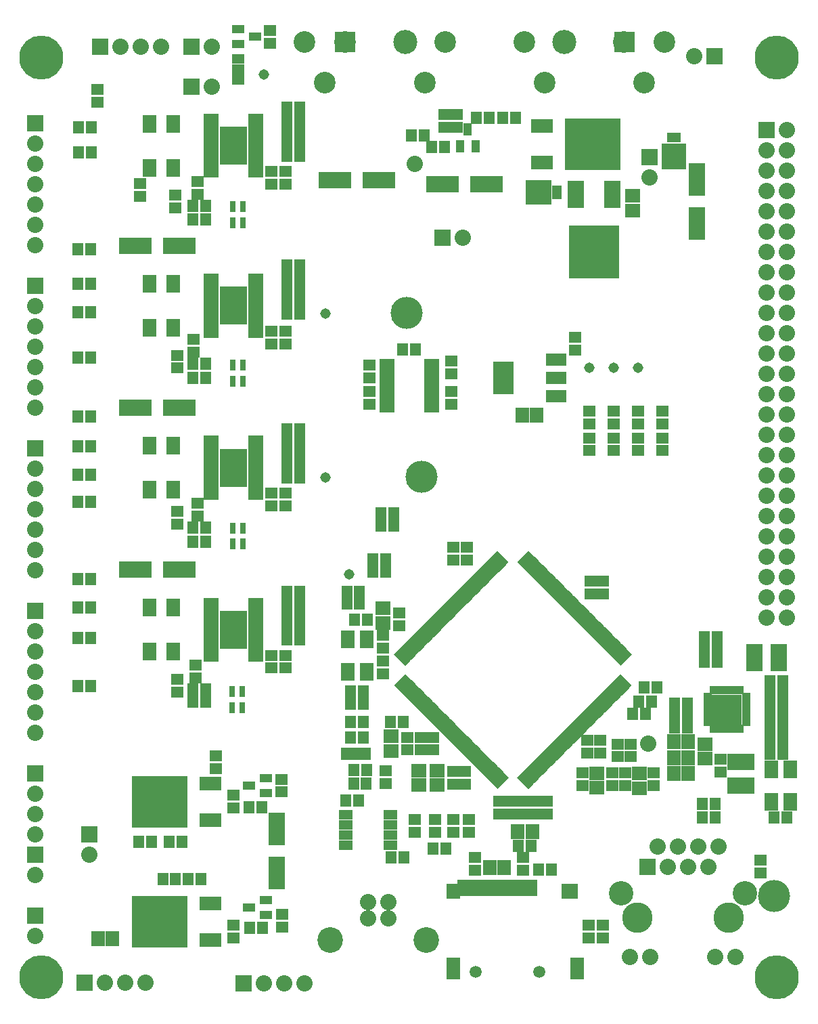
<source format=gts>
G04 (created by PCBNEW (2013-05-18 BZR 4017)-stable) date Fri 14 Aug 2015 10:59:20 BST*
%MOIN*%
G04 Gerber Fmt 3.4, Leading zero omitted, Abs format*
%FSLAX34Y34*%
G01*
G70*
G90*
G04 APERTURE LIST*
%ADD10C,0.00590551*%
%ADD11C,0.0594*%
%ADD12R,0.0672X0.1066*%
%ADD13R,0.0672X0.0751*%
%ADD14R,0.083X0.0751*%
%ADD15R,0.0476X0.083*%
%ADD16C,0.2169*%
%ADD17R,0.083X0.1381*%
%ADD18R,0.2483X0.2641*%
%ADD19R,0.0779X0.0365*%
%ADD20R,0.1381X0.1901*%
%ADD21R,0.0594X0.0436*%
%ADD22R,0.0436X0.0594*%
%ADD23R,0.1X0.164*%
%ADD24R,0.1X0.06*%
%ADD25R,0.1617X0.083*%
%ADD26R,0.083X0.1617*%
%ADD27R,0.0574X0.0594*%
%ADD28R,0.0594X0.0574*%
%ADD29R,0.0653X0.0909*%
%ADD30R,0.0653X0.0771*%
%ADD31R,0.0771X0.0653*%
%ADD32R,0.1106X0.0712*%
%ADD33R,0.2759X0.2523*%
%ADD34R,0.08X0.08*%
%ADD35C,0.08*%
%ADD36R,0.1342X0.0791*%
%ADD37R,0.0791X0.1342*%
%ADD38R,0.0987X0.0633*%
%ADD39R,0.0515X0.0633*%
%ADD40R,0.07X0.045*%
%ADD41R,0.0298X0.0436*%
%ADD42R,0.0436X0.0298*%
%ADD43R,0.1499X0.1499*%
%ADD44R,0.12X0.1251*%
%ADD45R,0.07X0.05*%
%ADD46R,0.1251X0.12*%
%ADD47R,0.05X0.07*%
%ADD48C,0.1499*%
%ADD49C,0.12*%
%ADD50R,0.0672X0.0909*%
%ADD51C,0.0515*%
%ADD52C,0.1576*%
%ADD53R,0.029X0.054*%
%ADD54R,0.0987X0.0987*%
%ADD55C,0.1184*%
%ADD56R,0.0633X0.0987*%
%ADD57R,0.0633X0.0515*%
%ADD58C,0.1263*%
%ADD59C,0.1066*%
G04 APERTURE END LIST*
G54D10*
G54D11*
X24140Y1870D03*
X27282Y1870D03*
G54D12*
X23030Y2027D03*
X29132Y2027D03*
G54D13*
X23030Y5807D03*
G54D14*
X28778Y5807D03*
G54D15*
X26947Y6004D03*
X26514Y6004D03*
X26081Y6004D03*
X25648Y6004D03*
X25215Y6004D03*
X24782Y6004D03*
X24349Y6004D03*
X23916Y6004D03*
X23483Y6004D03*
G54D16*
X2754Y1575D03*
G54D17*
X30890Y40115D03*
G54D18*
X29990Y37288D03*
G54D17*
X29090Y40115D03*
G54D19*
X13303Y34515D03*
X13303Y34771D03*
X13303Y35027D03*
X13303Y35283D03*
X11101Y33751D03*
X13303Y33747D03*
X13303Y34003D03*
X13303Y34259D03*
X11099Y35539D03*
X11099Y35283D03*
X11099Y35027D03*
X11099Y34771D03*
X11099Y34515D03*
X11099Y34259D03*
X13303Y35539D03*
X11101Y34003D03*
X13303Y33491D03*
X13303Y35795D03*
X11099Y35795D03*
X11099Y33491D03*
X13303Y33236D03*
X13303Y36050D03*
X11099Y36050D03*
X11099Y33236D03*
G54D20*
X12201Y34643D03*
G54D19*
X13302Y26542D03*
X13302Y26798D03*
X13302Y27054D03*
X13302Y27310D03*
X11100Y25778D03*
X13302Y25774D03*
X13302Y26030D03*
X13302Y26286D03*
X11098Y27566D03*
X11098Y27310D03*
X11098Y27054D03*
X11098Y26798D03*
X11098Y26542D03*
X11098Y26286D03*
X13302Y27566D03*
X11100Y26030D03*
X13302Y25518D03*
X13302Y27822D03*
X11098Y27822D03*
X11098Y25518D03*
X13302Y25263D03*
X13302Y28077D03*
X11098Y28077D03*
X11098Y25263D03*
G54D20*
X12200Y26670D03*
G54D19*
X13302Y18571D03*
X13302Y18827D03*
X13302Y19083D03*
X13302Y19339D03*
X11100Y17807D03*
X13302Y17803D03*
X13302Y18059D03*
X13302Y18315D03*
X11098Y19595D03*
X11098Y19339D03*
X11098Y19083D03*
X11098Y18827D03*
X11098Y18571D03*
X11098Y18315D03*
X13302Y19595D03*
X11100Y18059D03*
X13302Y17547D03*
X13302Y19851D03*
X11098Y19851D03*
X11098Y17547D03*
X13302Y17292D03*
X13302Y20106D03*
X11098Y20106D03*
X11098Y17292D03*
G54D20*
X12200Y18699D03*
G54D19*
X13304Y42391D03*
X13304Y42647D03*
X13304Y42903D03*
X13304Y43159D03*
X11102Y41627D03*
X13304Y41623D03*
X13304Y41879D03*
X13304Y42135D03*
X11100Y43415D03*
X11100Y43159D03*
X11100Y42903D03*
X11100Y42647D03*
X11100Y42391D03*
X11100Y42135D03*
X13304Y43415D03*
X11102Y41879D03*
X13304Y41367D03*
X13304Y43671D03*
X11100Y43671D03*
X11100Y41367D03*
X13304Y41112D03*
X13304Y43926D03*
X11100Y43926D03*
X11100Y41112D03*
G54D20*
X12202Y42519D03*
G54D19*
X19762Y30837D03*
X19762Y30581D03*
X19762Y30325D03*
X19762Y30069D03*
X21964Y31601D03*
X19762Y31605D03*
X19762Y31349D03*
X19762Y31093D03*
X21966Y29813D03*
X21966Y30069D03*
X21966Y30325D03*
X21966Y30581D03*
X21966Y30837D03*
X21966Y31093D03*
X19762Y29813D03*
X21964Y31349D03*
X19762Y31861D03*
X19762Y29557D03*
X21966Y29557D03*
X21966Y31861D03*
G54D21*
X13800Y4645D03*
X12968Y5020D03*
X13800Y5395D03*
X13800Y10649D03*
X12968Y11024D03*
X13800Y11399D03*
G54D22*
X23383Y42478D03*
X23758Y43310D03*
X24133Y42478D03*
G54D23*
X25509Y31106D03*
G54D24*
X28109Y31106D03*
X28109Y32006D03*
X28109Y30206D03*
G54D25*
X17217Y40838D03*
X19383Y40838D03*
X9546Y21654D03*
X7380Y21654D03*
X9546Y37598D03*
X7380Y37598D03*
X9546Y29626D03*
X7380Y29626D03*
G54D26*
X35029Y40855D03*
X35029Y38689D03*
G54D27*
X35411Y18307D03*
X36041Y18307D03*
X39288Y16142D03*
X38658Y16142D03*
X39288Y15551D03*
X38658Y15551D03*
X35411Y17717D03*
X36041Y17717D03*
X35411Y17126D03*
X36041Y17126D03*
X39288Y14370D03*
X38658Y14370D03*
X39288Y14961D03*
X38658Y14961D03*
X33934Y14469D03*
X34564Y14469D03*
X33934Y15059D03*
X34564Y15059D03*
X38658Y13189D03*
X39288Y13189D03*
G54D28*
X22600Y43423D03*
X22600Y44053D03*
X23200Y43423D03*
X23200Y44053D03*
X12202Y9921D03*
X12202Y10551D03*
X18896Y29803D03*
X18896Y30433D03*
G54D27*
X22665Y7938D03*
X22035Y7938D03*
X20096Y23819D03*
X19466Y23819D03*
G54D28*
X19700Y11123D03*
X19700Y11753D03*
G54D27*
X17990Y14173D03*
X18620Y14173D03*
X17990Y13386D03*
X18620Y13386D03*
X39289Y13780D03*
X38659Y13780D03*
X33934Y13878D03*
X34564Y13878D03*
G54D28*
X29722Y4154D03*
X29722Y3524D03*
X30411Y3524D03*
X30411Y4154D03*
G54D27*
X13601Y9942D03*
X12971Y9942D03*
X13640Y4016D03*
X13010Y4016D03*
G54D28*
X12222Y4154D03*
X12222Y3524D03*
X18896Y31713D03*
X18896Y31083D03*
G54D27*
X19703Y21555D03*
X19073Y21555D03*
G54D28*
X31159Y12441D03*
X31159Y13071D03*
G54D27*
X18423Y19980D03*
X17793Y19980D03*
X38856Y9449D03*
X39486Y9449D03*
X39289Y12598D03*
X38659Y12598D03*
X35313Y10138D03*
X35943Y10138D03*
X35313Y9449D03*
X35943Y9449D03*
X19703Y22146D03*
X19073Y22146D03*
X20096Y24409D03*
X19466Y24409D03*
G54D28*
X31789Y12441D03*
X31789Y13071D03*
G54D27*
X18423Y20571D03*
X17793Y20571D03*
G54D28*
X9447Y31575D03*
X9447Y32205D03*
G54D27*
X15470Y35433D03*
X14840Y35433D03*
X14841Y34839D03*
X15471Y34839D03*
X18620Y15650D03*
X17990Y15650D03*
X14840Y34252D03*
X15470Y34252D03*
G54D28*
X14762Y33382D03*
X14762Y32752D03*
G54D27*
X14840Y36024D03*
X15470Y36024D03*
G54D28*
X14073Y32752D03*
X14073Y33382D03*
X9447Y15630D03*
X9447Y16260D03*
G54D27*
X15470Y19390D03*
X14840Y19390D03*
X14839Y18796D03*
X15469Y18796D03*
G54D28*
X21159Y9370D03*
X21159Y8740D03*
G54D27*
X14840Y18209D03*
X15470Y18209D03*
G54D28*
X14760Y17438D03*
X14760Y16808D03*
G54D27*
X14840Y19980D03*
X15470Y19980D03*
G54D28*
X14071Y16808D03*
X14071Y17438D03*
X9348Y39449D03*
X9348Y40079D03*
G54D27*
X15470Y43209D03*
X14840Y43209D03*
X14842Y42617D03*
X15472Y42617D03*
X14840Y42028D03*
X15470Y42028D03*
G54D28*
X14763Y41258D03*
X14763Y40628D03*
G54D27*
X14840Y43799D03*
X15470Y43799D03*
G54D28*
X14074Y40628D03*
X14074Y41258D03*
X9447Y23898D03*
X9447Y24528D03*
G54D27*
X15470Y27362D03*
X14840Y27362D03*
X14840Y26768D03*
X15470Y26768D03*
X14840Y26181D03*
X15470Y26181D03*
G54D28*
X14761Y25410D03*
X14761Y24780D03*
G54D27*
X14840Y27953D03*
X15470Y27953D03*
G54D28*
X14072Y24780D03*
X14072Y25410D03*
X22144Y9370D03*
X22144Y8740D03*
G54D29*
X9250Y41437D03*
X8068Y41437D03*
G54D30*
X33895Y12402D03*
X34603Y12402D03*
X33895Y13189D03*
X34603Y13189D03*
G54D27*
X18135Y11138D03*
X18750Y11138D03*
G54D31*
X35431Y13052D03*
X35431Y12344D03*
G54D30*
X26435Y29248D03*
X27143Y29248D03*
G54D29*
X9250Y25591D03*
X8068Y25591D03*
X9250Y27756D03*
X8068Y27756D03*
X9250Y43602D03*
X8068Y43602D03*
X9250Y33563D03*
X8068Y33563D03*
X9250Y17618D03*
X8068Y17618D03*
X9250Y35728D03*
X8068Y35728D03*
X9250Y19783D03*
X8068Y19783D03*
G54D28*
X22932Y31279D03*
X22932Y31909D03*
G54D32*
X11063Y3431D03*
G54D33*
X8563Y4331D03*
G54D32*
X11063Y5231D03*
X11061Y9336D03*
G54D33*
X8561Y10236D03*
G54D32*
X11061Y11136D03*
X27400Y43488D03*
G54D33*
X29900Y42588D03*
G54D32*
X27400Y41688D03*
G54D27*
X8187Y8268D03*
X7557Y8268D03*
X9985Y6438D03*
X10615Y6438D03*
X24821Y43898D03*
X24191Y43898D03*
X8735Y6438D03*
X9350Y6438D03*
X9663Y8268D03*
X9048Y8268D03*
X26100Y43898D03*
X25485Y43898D03*
G54D34*
X2429Y43625D03*
G54D35*
X2429Y42625D03*
X2429Y41625D03*
X2429Y40625D03*
X2429Y39625D03*
X2429Y38625D03*
X2429Y37625D03*
G54D34*
X2429Y35625D03*
G54D35*
X2429Y34625D03*
X2429Y33625D03*
X2429Y32625D03*
X2429Y31625D03*
X2429Y30625D03*
X2429Y29625D03*
G54D34*
X2429Y27625D03*
G54D35*
X2429Y26625D03*
X2429Y25625D03*
X2429Y24625D03*
X2429Y23625D03*
X2429Y22625D03*
X2429Y21625D03*
G54D34*
X2429Y19625D03*
G54D35*
X2429Y18625D03*
X2429Y17625D03*
X2429Y16625D03*
X2429Y15625D03*
X2429Y14625D03*
X2429Y13625D03*
G54D34*
X35911Y46929D03*
G54D35*
X34911Y46929D03*
G54D28*
X22932Y30432D03*
X22932Y29802D03*
X36218Y12323D03*
X36218Y11693D03*
G54D36*
X37203Y12205D03*
X37203Y11023D03*
G54D37*
X37891Y17323D03*
X39073Y17323D03*
G54D30*
X34604Y11614D03*
X33896Y11614D03*
G54D27*
X10844Y31791D03*
X10214Y31791D03*
X10844Y39567D03*
X10214Y39567D03*
X10844Y15748D03*
X10214Y15748D03*
X10844Y23720D03*
X10214Y23720D03*
X10214Y31102D03*
X10829Y31102D03*
X10214Y38878D03*
X10829Y38878D03*
X10214Y15157D03*
X10829Y15157D03*
X10214Y23031D03*
X10829Y23031D03*
X14840Y28543D03*
X15470Y28543D03*
X14840Y44390D03*
X15470Y44390D03*
X14840Y36614D03*
X15470Y36614D03*
X14840Y20571D03*
X15470Y20571D03*
G54D30*
X25549Y6988D03*
X24841Y6988D03*
G54D38*
X18000Y12588D03*
G54D39*
X18748Y12588D03*
G54D28*
X32911Y11024D03*
X32911Y11654D03*
X30864Y11024D03*
X30864Y11654D03*
G54D27*
X18187Y19193D03*
X18817Y19193D03*
G54D28*
X27655Y10256D03*
X27655Y9626D03*
G54D27*
X26258Y8071D03*
X26888Y8071D03*
G54D28*
X20766Y13406D03*
X20766Y12776D03*
G54D10*
G36*
X25553Y21812D02*
X24994Y22372D01*
X25213Y22591D01*
X25773Y22032D01*
X25553Y21812D01*
X25553Y21812D01*
G37*
G36*
X25414Y21673D02*
X24855Y22232D01*
X25074Y22452D01*
X25633Y21892D01*
X25414Y21673D01*
X25414Y21673D01*
G37*
G36*
X25275Y21534D02*
X24715Y22093D01*
X24935Y22312D01*
X25494Y21753D01*
X25275Y21534D01*
X25275Y21534D01*
G37*
G36*
X25135Y21395D02*
X24576Y21954D01*
X24795Y22173D01*
X25355Y21614D01*
X25135Y21395D01*
X25135Y21395D01*
G37*
G36*
X24996Y21255D02*
X24437Y21815D01*
X24656Y22034D01*
X25215Y21474D01*
X24996Y21255D01*
X24996Y21255D01*
G37*
G36*
X24858Y21117D02*
X24298Y21676D01*
X24517Y21895D01*
X25077Y21336D01*
X24858Y21117D01*
X24858Y21117D01*
G37*
G36*
X24718Y20977D02*
X24159Y21537D01*
X24378Y21756D01*
X24937Y21197D01*
X24718Y20977D01*
X24718Y20977D01*
G37*
G36*
X24579Y20838D02*
X24020Y21397D01*
X24239Y21617D01*
X24798Y21057D01*
X24579Y20838D01*
X24579Y20838D01*
G37*
G36*
X24440Y20699D02*
X23880Y21258D01*
X24100Y21477D01*
X24659Y20918D01*
X24440Y20699D01*
X24440Y20699D01*
G37*
G36*
X24300Y20559D02*
X23741Y21119D01*
X23960Y21338D01*
X24520Y20779D01*
X24300Y20559D01*
X24300Y20559D01*
G37*
G36*
X24161Y20420D02*
X23602Y20979D01*
X23821Y21199D01*
X24380Y20639D01*
X24161Y20420D01*
X24161Y20420D01*
G37*
G36*
X24022Y20282D02*
X23463Y20841D01*
X23682Y21060D01*
X24242Y20501D01*
X24022Y20282D01*
X24022Y20282D01*
G37*
G36*
X23883Y20142D02*
X23324Y20702D01*
X23543Y20921D01*
X24102Y20361D01*
X23883Y20142D01*
X23883Y20142D01*
G37*
G36*
X23744Y20003D02*
X23185Y20562D01*
X23404Y20781D01*
X23963Y20222D01*
X23744Y20003D01*
X23744Y20003D01*
G37*
G36*
X23605Y19864D02*
X23045Y20423D01*
X23264Y20642D01*
X23824Y20083D01*
X23605Y19864D01*
X23605Y19864D01*
G37*
G36*
X23465Y19724D02*
X22906Y20284D01*
X23125Y20503D01*
X23684Y19944D01*
X23465Y19724D01*
X23465Y19724D01*
G37*
G36*
X23326Y19585D02*
X22767Y20144D01*
X22986Y20364D01*
X23545Y19804D01*
X23326Y19585D01*
X23326Y19585D01*
G37*
G36*
X23187Y19446D02*
X22627Y20005D01*
X22847Y20224D01*
X23406Y19665D01*
X23187Y19446D01*
X23187Y19446D01*
G37*
G36*
X23048Y19307D02*
X22489Y19866D01*
X22708Y20086D01*
X23267Y19526D01*
X23048Y19307D01*
X23048Y19307D01*
G37*
G36*
X22909Y19168D02*
X22349Y19727D01*
X22569Y19946D01*
X23128Y19387D01*
X22909Y19168D01*
X22909Y19168D01*
G37*
G36*
X22769Y19029D02*
X22210Y19588D01*
X22429Y19807D01*
X22989Y19248D01*
X22769Y19029D01*
X22769Y19029D01*
G37*
G36*
X22630Y18889D02*
X22071Y19449D01*
X22290Y19668D01*
X22849Y19108D01*
X22630Y18889D01*
X22630Y18889D01*
G37*
G36*
X22491Y18750D02*
X21932Y19309D01*
X22151Y19528D01*
X22710Y18969D01*
X22491Y18750D01*
X22491Y18750D01*
G37*
G36*
X22352Y18611D02*
X21792Y19170D01*
X22011Y19389D01*
X22571Y18830D01*
X22352Y18611D01*
X22352Y18611D01*
G37*
G36*
X22212Y18471D02*
X21653Y19031D01*
X21872Y19250D01*
X22431Y18691D01*
X22212Y18471D01*
X22212Y18471D01*
G37*
G36*
X22074Y18333D02*
X21514Y18892D01*
X21734Y19111D01*
X22293Y18552D01*
X22074Y18333D01*
X22074Y18333D01*
G37*
G36*
X21934Y18193D02*
X21375Y18753D01*
X21594Y18972D01*
X22154Y18413D01*
X21934Y18193D01*
X21934Y18193D01*
G37*
G36*
X21795Y18054D02*
X21236Y18613D01*
X21455Y18833D01*
X22014Y18273D01*
X21795Y18054D01*
X21795Y18054D01*
G37*
G36*
X21656Y17915D02*
X21096Y18474D01*
X21316Y18693D01*
X21875Y18134D01*
X21656Y17915D01*
X21656Y17915D01*
G37*
G36*
X21516Y17776D02*
X20957Y18335D01*
X21176Y18554D01*
X21736Y17995D01*
X21516Y17776D01*
X21516Y17776D01*
G37*
G36*
X21377Y17636D02*
X20818Y18196D01*
X21037Y18415D01*
X21596Y17855D01*
X21377Y17636D01*
X21377Y17636D01*
G37*
G36*
X21239Y17498D02*
X20679Y18057D01*
X20898Y18276D01*
X21458Y17717D01*
X21239Y17498D01*
X21239Y17498D01*
G37*
G36*
X21099Y17358D02*
X20540Y17918D01*
X20759Y18137D01*
X21318Y17578D01*
X21099Y17358D01*
X21099Y17358D01*
G37*
G36*
X20960Y17219D02*
X20401Y17778D01*
X20620Y17998D01*
X21179Y17438D01*
X20960Y17219D01*
X20960Y17219D01*
G37*
G36*
X20821Y17080D02*
X20261Y17639D01*
X20481Y17858D01*
X21040Y17299D01*
X20821Y17080D01*
X20821Y17080D01*
G37*
G36*
X20681Y16940D02*
X20122Y17500D01*
X20341Y17719D01*
X20901Y17160D01*
X20681Y16940D01*
X20681Y16940D01*
G37*
G36*
X26750Y10872D02*
X26190Y11431D01*
X26410Y11651D01*
X26969Y11091D01*
X26750Y10872D01*
X26750Y10872D01*
G37*
G36*
X26889Y11011D02*
X26330Y11571D01*
X26549Y11790D01*
X27108Y11231D01*
X26889Y11011D01*
X26889Y11011D01*
G37*
G36*
X27028Y11151D02*
X26469Y11710D01*
X26688Y11929D01*
X27248Y11370D01*
X27028Y11151D01*
X27028Y11151D01*
G37*
G36*
X27168Y11290D02*
X26608Y11849D01*
X26828Y12068D01*
X27387Y11509D01*
X27168Y11290D01*
X27168Y11290D01*
G37*
G36*
X27307Y11429D02*
X26748Y11989D01*
X26967Y12208D01*
X27526Y11648D01*
X27307Y11429D01*
X27307Y11429D01*
G37*
G36*
X27446Y11568D02*
X26886Y12127D01*
X27105Y12346D01*
X27665Y11787D01*
X27446Y11568D01*
X27446Y11568D01*
G37*
G36*
X27585Y11707D02*
X27026Y12266D01*
X27245Y12486D01*
X27804Y11926D01*
X27585Y11707D01*
X27585Y11707D01*
G37*
G36*
X27724Y11846D02*
X27165Y12406D01*
X27384Y12625D01*
X27943Y12066D01*
X27724Y11846D01*
X27724Y11846D01*
G37*
G36*
X27863Y11986D02*
X27304Y12545D01*
X27523Y12764D01*
X28083Y12205D01*
X27863Y11986D01*
X27863Y11986D01*
G37*
G36*
X28003Y12125D02*
X27443Y12684D01*
X27663Y12904D01*
X28222Y12344D01*
X28003Y12125D01*
X28003Y12125D01*
G37*
G36*
X28142Y12264D02*
X27583Y12824D01*
X27802Y13043D01*
X28361Y12484D01*
X28142Y12264D01*
X28142Y12264D01*
G37*
G36*
X28281Y12403D02*
X27721Y12962D01*
X27941Y13181D01*
X28500Y12622D01*
X28281Y12403D01*
X28281Y12403D01*
G37*
G36*
X28420Y12542D02*
X27861Y13102D01*
X28080Y13321D01*
X28639Y12761D01*
X28420Y12542D01*
X28420Y12542D01*
G37*
G36*
X28559Y12682D02*
X28000Y13241D01*
X28219Y13460D01*
X28778Y12901D01*
X28559Y12682D01*
X28559Y12682D01*
G37*
G36*
X28699Y12821D02*
X28139Y13380D01*
X28358Y13599D01*
X28918Y13040D01*
X28699Y12821D01*
X28699Y12821D01*
G37*
G36*
X28838Y12960D02*
X28279Y13519D01*
X28498Y13739D01*
X29057Y13179D01*
X28838Y12960D01*
X28838Y12960D01*
G37*
G36*
X28977Y13099D02*
X28418Y13659D01*
X28637Y13878D01*
X29196Y13319D01*
X28977Y13099D01*
X28977Y13099D01*
G37*
G36*
X29116Y13239D02*
X28557Y13798D01*
X28776Y14017D01*
X29336Y13458D01*
X29116Y13239D01*
X29116Y13239D01*
G37*
G36*
X29255Y13377D02*
X28696Y13937D01*
X28915Y14156D01*
X29474Y13597D01*
X29255Y13377D01*
X29255Y13377D01*
G37*
G36*
X29394Y13517D02*
X28835Y14076D01*
X29054Y14295D01*
X29614Y13736D01*
X29394Y13517D01*
X29394Y13517D01*
G37*
G36*
X29534Y13656D02*
X28974Y14215D01*
X29194Y14434D01*
X29753Y13875D01*
X29534Y13656D01*
X29534Y13656D01*
G37*
G36*
X29673Y13795D02*
X29114Y14355D01*
X29333Y14574D01*
X29892Y14014D01*
X29673Y13795D01*
X29673Y13795D01*
G37*
G36*
X29812Y13935D02*
X29253Y14494D01*
X29472Y14713D01*
X30031Y14154D01*
X29812Y13935D01*
X29812Y13935D01*
G37*
G36*
X29952Y14074D02*
X29392Y14633D01*
X29611Y14852D01*
X30171Y14293D01*
X29952Y14074D01*
X29952Y14074D01*
G37*
G36*
X30091Y14213D02*
X29532Y14772D01*
X29751Y14992D01*
X30310Y14432D01*
X30091Y14213D01*
X30091Y14213D01*
G37*
G36*
X30229Y14352D02*
X29670Y14911D01*
X29889Y15130D01*
X30449Y14571D01*
X30229Y14352D01*
X30229Y14352D01*
G37*
G36*
X30369Y14491D02*
X29809Y15050D01*
X30029Y15270D01*
X30588Y14710D01*
X30369Y14491D01*
X30369Y14491D01*
G37*
G36*
X30508Y14630D02*
X29949Y15190D01*
X30168Y15409D01*
X30727Y14850D01*
X30508Y14630D01*
X30508Y14630D01*
G37*
G36*
X30647Y14770D02*
X30088Y15329D01*
X30307Y15548D01*
X30867Y14989D01*
X30647Y14770D01*
X30647Y14770D01*
G37*
G36*
X30787Y14909D02*
X30227Y15468D01*
X30447Y15687D01*
X31006Y15128D01*
X30787Y14909D01*
X30787Y14909D01*
G37*
G36*
X30926Y15048D02*
X30367Y15608D01*
X30586Y15827D01*
X31145Y15267D01*
X30926Y15048D01*
X30926Y15048D01*
G37*
G36*
X31065Y15187D02*
X30505Y15746D01*
X30724Y15965D01*
X31284Y15406D01*
X31065Y15187D01*
X31065Y15187D01*
G37*
G36*
X31204Y15326D02*
X30645Y15885D01*
X30864Y16105D01*
X31423Y15545D01*
X31204Y15326D01*
X31204Y15326D01*
G37*
G36*
X31343Y15465D02*
X30784Y16025D01*
X31003Y16244D01*
X31562Y15685D01*
X31343Y15465D01*
X31343Y15465D01*
G37*
G36*
X31482Y15605D02*
X30923Y16164D01*
X31142Y16383D01*
X31702Y15824D01*
X31482Y15605D01*
X31482Y15605D01*
G37*
G36*
X31622Y15744D02*
X31062Y16303D01*
X31282Y16523D01*
X31841Y15963D01*
X31622Y15744D01*
X31622Y15744D01*
G37*
G36*
X20341Y15744D02*
X20122Y15963D01*
X20681Y16523D01*
X20901Y16303D01*
X20341Y15744D01*
X20341Y15744D01*
G37*
G36*
X20481Y15605D02*
X20261Y15824D01*
X20821Y16383D01*
X21040Y16164D01*
X20481Y15605D01*
X20481Y15605D01*
G37*
G36*
X20620Y15465D02*
X20401Y15685D01*
X20960Y16244D01*
X21179Y16025D01*
X20620Y15465D01*
X20620Y15465D01*
G37*
G36*
X20759Y15326D02*
X20540Y15545D01*
X21099Y16105D01*
X21318Y15885D01*
X20759Y15326D01*
X20759Y15326D01*
G37*
G36*
X20898Y15187D02*
X20679Y15406D01*
X21239Y15965D01*
X21458Y15746D01*
X20898Y15187D01*
X20898Y15187D01*
G37*
G36*
X21037Y15048D02*
X20818Y15267D01*
X21377Y15827D01*
X21596Y15608D01*
X21037Y15048D01*
X21037Y15048D01*
G37*
G36*
X21176Y14909D02*
X20957Y15128D01*
X21516Y15687D01*
X21736Y15468D01*
X21176Y14909D01*
X21176Y14909D01*
G37*
G36*
X21316Y14770D02*
X21096Y14989D01*
X21656Y15548D01*
X21875Y15329D01*
X21316Y14770D01*
X21316Y14770D01*
G37*
G36*
X21455Y14630D02*
X21236Y14850D01*
X21795Y15409D01*
X22014Y15190D01*
X21455Y14630D01*
X21455Y14630D01*
G37*
G36*
X21594Y14491D02*
X21375Y14710D01*
X21934Y15270D01*
X22154Y15050D01*
X21594Y14491D01*
X21594Y14491D01*
G37*
G36*
X21734Y14352D02*
X21514Y14571D01*
X22074Y15130D01*
X22293Y14911D01*
X21734Y14352D01*
X21734Y14352D01*
G37*
G36*
X21872Y14213D02*
X21653Y14432D01*
X22212Y14992D01*
X22431Y14772D01*
X21872Y14213D01*
X21872Y14213D01*
G37*
G36*
X22011Y14074D02*
X21792Y14293D01*
X22352Y14852D01*
X22571Y14633D01*
X22011Y14074D01*
X22011Y14074D01*
G37*
G36*
X22151Y13935D02*
X21932Y14154D01*
X22491Y14713D01*
X22710Y14494D01*
X22151Y13935D01*
X22151Y13935D01*
G37*
G36*
X22290Y13795D02*
X22071Y14014D01*
X22630Y14574D01*
X22849Y14355D01*
X22290Y13795D01*
X22290Y13795D01*
G37*
G36*
X22429Y13656D02*
X22210Y13875D01*
X22769Y14434D01*
X22989Y14215D01*
X22429Y13656D01*
X22429Y13656D01*
G37*
G36*
X22569Y13517D02*
X22349Y13736D01*
X22909Y14295D01*
X23128Y14076D01*
X22569Y13517D01*
X22569Y13517D01*
G37*
G36*
X22708Y13377D02*
X22489Y13597D01*
X23048Y14156D01*
X23267Y13937D01*
X22708Y13377D01*
X22708Y13377D01*
G37*
G36*
X22847Y13239D02*
X22627Y13458D01*
X23187Y14017D01*
X23406Y13798D01*
X22847Y13239D01*
X22847Y13239D01*
G37*
G36*
X22986Y13099D02*
X22767Y13319D01*
X23326Y13878D01*
X23545Y13659D01*
X22986Y13099D01*
X22986Y13099D01*
G37*
G36*
X23125Y12960D02*
X22906Y13179D01*
X23465Y13739D01*
X23684Y13519D01*
X23125Y12960D01*
X23125Y12960D01*
G37*
G36*
X23264Y12821D02*
X23045Y13040D01*
X23605Y13599D01*
X23824Y13380D01*
X23264Y12821D01*
X23264Y12821D01*
G37*
G36*
X23404Y12682D02*
X23185Y12901D01*
X23744Y13460D01*
X23963Y13241D01*
X23404Y12682D01*
X23404Y12682D01*
G37*
G36*
X23543Y12542D02*
X23324Y12761D01*
X23883Y13321D01*
X24102Y13102D01*
X23543Y12542D01*
X23543Y12542D01*
G37*
G36*
X23682Y12403D02*
X23463Y12622D01*
X24022Y13181D01*
X24242Y12962D01*
X23682Y12403D01*
X23682Y12403D01*
G37*
G36*
X23821Y12264D02*
X23602Y12484D01*
X24161Y13043D01*
X24380Y12824D01*
X23821Y12264D01*
X23821Y12264D01*
G37*
G36*
X23960Y12125D02*
X23741Y12344D01*
X24300Y12904D01*
X24520Y12684D01*
X23960Y12125D01*
X23960Y12125D01*
G37*
G36*
X24100Y11986D02*
X23880Y12205D01*
X24440Y12764D01*
X24659Y12545D01*
X24100Y11986D01*
X24100Y11986D01*
G37*
G36*
X24239Y11846D02*
X24020Y12066D01*
X24579Y12625D01*
X24798Y12406D01*
X24239Y11846D01*
X24239Y11846D01*
G37*
G36*
X24378Y11707D02*
X24159Y11926D01*
X24718Y12486D01*
X24937Y12266D01*
X24378Y11707D01*
X24378Y11707D01*
G37*
G36*
X24517Y11568D02*
X24298Y11787D01*
X24858Y12346D01*
X25077Y12127D01*
X24517Y11568D01*
X24517Y11568D01*
G37*
G36*
X24656Y11429D02*
X24437Y11648D01*
X24996Y12208D01*
X25215Y11989D01*
X24656Y11429D01*
X24656Y11429D01*
G37*
G36*
X24795Y11290D02*
X24576Y11509D01*
X25135Y12068D01*
X25355Y11849D01*
X24795Y11290D01*
X24795Y11290D01*
G37*
G36*
X24935Y11151D02*
X24715Y11370D01*
X25275Y11929D01*
X25494Y11710D01*
X24935Y11151D01*
X24935Y11151D01*
G37*
G36*
X25074Y11011D02*
X24855Y11231D01*
X25414Y11790D01*
X25633Y11571D01*
X25074Y11011D01*
X25074Y11011D01*
G37*
G36*
X25213Y10872D02*
X24994Y11091D01*
X25553Y11651D01*
X25773Y11431D01*
X25213Y10872D01*
X25213Y10872D01*
G37*
G36*
X31282Y16940D02*
X31062Y17160D01*
X31622Y17719D01*
X31841Y17500D01*
X31282Y16940D01*
X31282Y16940D01*
G37*
G36*
X31142Y17080D02*
X30923Y17299D01*
X31482Y17858D01*
X31702Y17639D01*
X31142Y17080D01*
X31142Y17080D01*
G37*
G36*
X31003Y17219D02*
X30784Y17438D01*
X31343Y17998D01*
X31562Y17778D01*
X31003Y17219D01*
X31003Y17219D01*
G37*
G36*
X30864Y17358D02*
X30645Y17578D01*
X31204Y18137D01*
X31423Y17918D01*
X30864Y17358D01*
X30864Y17358D01*
G37*
G36*
X30724Y17498D02*
X30505Y17717D01*
X31065Y18276D01*
X31284Y18057D01*
X30724Y17498D01*
X30724Y17498D01*
G37*
G36*
X30586Y17636D02*
X30367Y17855D01*
X30926Y18415D01*
X31145Y18196D01*
X30586Y17636D01*
X30586Y17636D01*
G37*
G36*
X30447Y17776D02*
X30227Y17995D01*
X30787Y18554D01*
X31006Y18335D01*
X30447Y17776D01*
X30447Y17776D01*
G37*
G36*
X30307Y17915D02*
X30088Y18134D01*
X30647Y18693D01*
X30867Y18474D01*
X30307Y17915D01*
X30307Y17915D01*
G37*
G36*
X30168Y18054D02*
X29949Y18273D01*
X30508Y18833D01*
X30727Y18613D01*
X30168Y18054D01*
X30168Y18054D01*
G37*
G36*
X30029Y18193D02*
X29809Y18413D01*
X30369Y18972D01*
X30588Y18753D01*
X30029Y18193D01*
X30029Y18193D01*
G37*
G36*
X29889Y18333D02*
X29670Y18552D01*
X30229Y19111D01*
X30449Y18892D01*
X29889Y18333D01*
X29889Y18333D01*
G37*
G36*
X29751Y18471D02*
X29532Y18691D01*
X30091Y19250D01*
X30310Y19031D01*
X29751Y18471D01*
X29751Y18471D01*
G37*
G36*
X29611Y18611D02*
X29392Y18830D01*
X29952Y19389D01*
X30171Y19170D01*
X29611Y18611D01*
X29611Y18611D01*
G37*
G36*
X29472Y18750D02*
X29253Y18969D01*
X29812Y19528D01*
X30031Y19309D01*
X29472Y18750D01*
X29472Y18750D01*
G37*
G36*
X29333Y18889D02*
X29114Y19108D01*
X29673Y19668D01*
X29892Y19449D01*
X29333Y18889D01*
X29333Y18889D01*
G37*
G36*
X29194Y19029D02*
X28974Y19248D01*
X29534Y19807D01*
X29753Y19588D01*
X29194Y19029D01*
X29194Y19029D01*
G37*
G36*
X29054Y19168D02*
X28835Y19387D01*
X29394Y19946D01*
X29614Y19727D01*
X29054Y19168D01*
X29054Y19168D01*
G37*
G36*
X28915Y19307D02*
X28696Y19526D01*
X29255Y20086D01*
X29474Y19866D01*
X28915Y19307D01*
X28915Y19307D01*
G37*
G36*
X28776Y19446D02*
X28557Y19665D01*
X29116Y20224D01*
X29336Y20005D01*
X28776Y19446D01*
X28776Y19446D01*
G37*
G36*
X28637Y19585D02*
X28418Y19804D01*
X28977Y20364D01*
X29196Y20144D01*
X28637Y19585D01*
X28637Y19585D01*
G37*
G36*
X28498Y19724D02*
X28279Y19944D01*
X28838Y20503D01*
X29057Y20284D01*
X28498Y19724D01*
X28498Y19724D01*
G37*
G36*
X28358Y19864D02*
X28139Y20083D01*
X28699Y20642D01*
X28918Y20423D01*
X28358Y19864D01*
X28358Y19864D01*
G37*
G36*
X28219Y20003D02*
X28000Y20222D01*
X28559Y20781D01*
X28778Y20562D01*
X28219Y20003D01*
X28219Y20003D01*
G37*
G36*
X28080Y20142D02*
X27861Y20361D01*
X28420Y20921D01*
X28639Y20702D01*
X28080Y20142D01*
X28080Y20142D01*
G37*
G36*
X27941Y20282D02*
X27721Y20501D01*
X28281Y21060D01*
X28500Y20841D01*
X27941Y20282D01*
X27941Y20282D01*
G37*
G36*
X27802Y20420D02*
X27583Y20639D01*
X28142Y21199D01*
X28361Y20979D01*
X27802Y20420D01*
X27802Y20420D01*
G37*
G36*
X27663Y20559D02*
X27443Y20779D01*
X28003Y21338D01*
X28222Y21119D01*
X27663Y20559D01*
X27663Y20559D01*
G37*
G36*
X27523Y20699D02*
X27304Y20918D01*
X27863Y21477D01*
X28083Y21258D01*
X27523Y20699D01*
X27523Y20699D01*
G37*
G36*
X27384Y20838D02*
X27165Y21057D01*
X27724Y21617D01*
X27943Y21397D01*
X27384Y20838D01*
X27384Y20838D01*
G37*
G36*
X27245Y20977D02*
X27026Y21197D01*
X27585Y21756D01*
X27804Y21537D01*
X27245Y20977D01*
X27245Y20977D01*
G37*
G36*
X27105Y21117D02*
X26886Y21336D01*
X27446Y21895D01*
X27665Y21676D01*
X27105Y21117D01*
X27105Y21117D01*
G37*
G36*
X26967Y21255D02*
X26748Y21474D01*
X27307Y22034D01*
X27526Y21815D01*
X26967Y21255D01*
X26967Y21255D01*
G37*
G36*
X26828Y21395D02*
X26608Y21614D01*
X27168Y22173D01*
X27387Y21954D01*
X26828Y21395D01*
X26828Y21395D01*
G37*
G36*
X26688Y21534D02*
X26469Y21753D01*
X27028Y22312D01*
X27248Y22093D01*
X26688Y21534D01*
X26688Y21534D01*
G37*
G36*
X26549Y21673D02*
X26330Y21892D01*
X26889Y22452D01*
X27108Y22232D01*
X26549Y21673D01*
X26549Y21673D01*
G37*
G36*
X26410Y21812D02*
X26190Y22032D01*
X26750Y22591D01*
X26969Y22372D01*
X26410Y21812D01*
X26410Y21812D01*
G37*
G54D31*
X21356Y11771D03*
X21356Y11063D03*
X19585Y19036D03*
X19585Y19744D03*
G54D30*
X26219Y8760D03*
X26927Y8760D03*
G54D31*
X19978Y13445D03*
X19978Y12737D03*
X30116Y11634D03*
X30116Y10926D03*
X32222Y11614D03*
X32222Y10906D03*
G54D27*
X31868Y14567D03*
X32498Y14567D03*
X18765Y11788D03*
X18135Y11788D03*
G54D28*
X19585Y17795D03*
X19585Y18425D03*
X19585Y17146D03*
X19585Y16516D03*
X23620Y11732D03*
X23620Y11102D03*
G54D27*
X32163Y15157D03*
X32793Y15157D03*
G54D28*
X29821Y20453D03*
X29821Y21083D03*
X30411Y20453D03*
X30411Y21083D03*
X21455Y13406D03*
X21455Y12776D03*
X23029Y11732D03*
X23029Y11102D03*
X22045Y13406D03*
X22045Y12776D03*
X20372Y18878D03*
X20372Y19508D03*
X23029Y22126D03*
X23029Y22756D03*
G54D27*
X18620Y15059D03*
X17990Y15059D03*
G54D28*
X27065Y10256D03*
X27065Y9626D03*
X23029Y9370D03*
X23029Y8740D03*
X25884Y10256D03*
X25884Y9626D03*
X23718Y22126D03*
X23718Y22756D03*
G54D27*
X20588Y14173D03*
X19958Y14173D03*
G54D28*
X26474Y9626D03*
X26474Y10256D03*
G54D31*
X22242Y11771D03*
X22242Y11063D03*
G54D27*
X20550Y32480D03*
X21180Y32480D03*
G54D34*
X38474Y43299D03*
G54D35*
X39474Y43299D03*
X38474Y38299D03*
X39474Y42299D03*
X38474Y37299D03*
X39474Y41299D03*
X38474Y36299D03*
X39474Y40299D03*
X38474Y35299D03*
X39474Y39299D03*
X38474Y34299D03*
X39474Y38299D03*
X38474Y33299D03*
X39474Y37299D03*
X38474Y32299D03*
X39474Y36299D03*
X38474Y31299D03*
X39474Y35299D03*
X38474Y30299D03*
X39474Y34299D03*
X38474Y29299D03*
X39474Y33299D03*
X38474Y28299D03*
X39474Y32299D03*
X39474Y31299D03*
X38474Y27299D03*
X39474Y30299D03*
X39474Y28299D03*
X39474Y27299D03*
X39474Y26299D03*
X39474Y25299D03*
X38474Y26299D03*
X38474Y25299D03*
X38474Y42299D03*
X38474Y41299D03*
X38474Y40299D03*
X38474Y39299D03*
X38474Y24299D03*
X39474Y24299D03*
X39474Y29299D03*
X38474Y23299D03*
X39474Y23299D03*
X38474Y22299D03*
X39474Y22299D03*
X38474Y21299D03*
X39474Y21299D03*
X38474Y20299D03*
X39474Y20299D03*
X38474Y19299D03*
X39474Y19299D03*
G54D40*
X19950Y8088D03*
X19950Y8588D03*
X19950Y9088D03*
X19950Y9588D03*
X17750Y9588D03*
X17750Y9088D03*
X17750Y8588D03*
X17750Y8088D03*
G54D27*
X20615Y7488D03*
X19985Y7488D03*
X17735Y10288D03*
X18365Y10288D03*
G54D28*
X14000Y48203D03*
X14000Y47573D03*
G54D41*
X35826Y13820D03*
X36023Y13820D03*
X36220Y13820D03*
X36417Y13820D03*
X36613Y13820D03*
X36810Y13820D03*
X37007Y13820D03*
X37204Y13820D03*
G54D42*
X37460Y14862D03*
X37460Y15058D03*
X37460Y15255D03*
X37460Y15452D03*
G54D43*
X36514Y14764D03*
G54D42*
X37460Y14075D03*
X37460Y14272D03*
X37460Y14469D03*
X37460Y14665D03*
G54D41*
X37202Y15708D03*
X37005Y15709D03*
X36809Y15709D03*
X36612Y15709D03*
X36415Y15709D03*
X36218Y15709D03*
X36021Y15709D03*
X35824Y15709D03*
G54D42*
X35569Y15453D03*
X35569Y15256D03*
X35569Y15059D03*
X35569Y14863D03*
X35569Y14666D03*
X35569Y14469D03*
X35569Y14272D03*
X35569Y14075D03*
G54D27*
X5165Y29188D03*
X4535Y29188D03*
G54D44*
X33896Y41988D03*
G54D45*
X33896Y42914D03*
G54D46*
X27230Y40228D03*
G54D47*
X28156Y40228D03*
G54D28*
X10234Y32362D03*
X10234Y32992D03*
X10431Y40138D03*
X10431Y40768D03*
X10333Y16319D03*
X10333Y16949D03*
X10431Y24291D03*
X10431Y24921D03*
G54D48*
X32098Y4528D03*
X36598Y4528D03*
G54D35*
X36098Y8028D03*
X35600Y7028D03*
X35098Y8028D03*
X34600Y7028D03*
X34098Y8028D03*
X33600Y7028D03*
X33098Y8028D03*
G54D49*
X31298Y5729D03*
X37398Y5728D03*
G54D35*
X35956Y2599D03*
X32740Y2599D03*
X36956Y2599D03*
X31740Y2599D03*
G54D34*
X32600Y7028D03*
G54D50*
X38699Y11811D03*
X38699Y10237D03*
X39643Y10237D03*
X39643Y11811D03*
X18777Y16634D03*
X18777Y18208D03*
X17833Y18208D03*
X17833Y16634D03*
G54D51*
X16730Y26181D03*
X13700Y46038D03*
X16730Y34252D03*
X17900Y21438D03*
G54D28*
X25293Y10256D03*
X25293Y9626D03*
X23817Y9370D03*
X23817Y8740D03*
G54D27*
X27242Y6890D03*
X27872Y6890D03*
G54D28*
X26474Y6870D03*
X26474Y7500D03*
G54D27*
X32458Y15846D03*
X33088Y15846D03*
G54D28*
X24112Y6870D03*
X24112Y7500D03*
G54D21*
X12434Y48263D03*
X13266Y47888D03*
X12434Y47513D03*
G54D34*
X32696Y41944D03*
G54D35*
X32696Y40944D03*
G54D52*
X38850Y5588D03*
X20750Y34288D03*
X21469Y26225D03*
G54D27*
X22596Y42441D03*
X21966Y42441D03*
G54D28*
X14565Y10709D03*
X14565Y11339D03*
X14604Y4055D03*
X14604Y4685D03*
G54D53*
X12177Y22918D03*
X12677Y22918D03*
X12179Y23706D03*
X12679Y23706D03*
X12181Y31716D03*
X12681Y31716D03*
X12173Y39532D03*
X12673Y39532D03*
X12151Y15652D03*
X12651Y15652D03*
X12151Y14856D03*
X12651Y14856D03*
X12187Y30934D03*
X12687Y30934D03*
X12173Y38732D03*
X12673Y38732D03*
G54D35*
X32638Y13104D03*
X21148Y41630D03*
G54D28*
X38187Y6732D03*
X38187Y7362D03*
X31514Y11024D03*
X31514Y11654D03*
X29407Y11024D03*
X29407Y11654D03*
G54D34*
X22500Y37988D03*
G54D35*
X23500Y37988D03*
G54D25*
X22517Y40638D03*
X24683Y40638D03*
G54D26*
X14329Y8898D03*
X14329Y6732D03*
G54D27*
X5165Y34338D03*
X4535Y34338D03*
X5215Y42188D03*
X4585Y42188D03*
G54D28*
X7600Y40023D03*
X7600Y40653D03*
G54D27*
X5165Y37438D03*
X4535Y37438D03*
X4535Y35738D03*
X5165Y35738D03*
X21615Y43038D03*
X20985Y43038D03*
X4535Y32088D03*
X5165Y32088D03*
X5165Y21188D03*
X4535Y21188D03*
X4535Y19788D03*
X5165Y19788D03*
X5165Y18288D03*
X4535Y18288D03*
X4535Y15938D03*
X5165Y15938D03*
X4585Y43438D03*
X5215Y43438D03*
G54D28*
X30273Y12618D03*
X30273Y13248D03*
X29050Y33103D03*
X29050Y32473D03*
X11333Y12480D03*
X11333Y11850D03*
G54D31*
X31880Y40042D03*
X31880Y39334D03*
G54D27*
X4535Y27738D03*
X5165Y27738D03*
X5165Y26338D03*
X4535Y26338D03*
X4535Y24988D03*
X5165Y24988D03*
G54D28*
X5500Y44673D03*
X5500Y45303D03*
X29644Y13248D03*
X29644Y12618D03*
G54D34*
X4888Y1328D03*
G54D35*
X5888Y1328D03*
X6888Y1328D03*
X7888Y1328D03*
G54D16*
X38974Y46850D03*
X38974Y1575D03*
X2754Y46850D03*
G54D34*
X2429Y11625D03*
G54D35*
X2429Y10625D03*
X2429Y9625D03*
X2429Y8625D03*
G54D34*
X2429Y7625D03*
G54D35*
X2429Y6625D03*
G54D34*
X2429Y4625D03*
G54D35*
X2429Y3625D03*
G54D30*
X6254Y3488D03*
X5546Y3488D03*
G54D54*
X31476Y47638D03*
G54D55*
X28524Y47638D03*
G54D54*
X17715Y47638D03*
G54D55*
X20667Y47638D03*
G54D34*
X5650Y47388D03*
G54D35*
X6650Y47388D03*
X7650Y47388D03*
X8650Y47388D03*
G54D28*
X29750Y28823D03*
X29750Y29453D03*
X30950Y28823D03*
X30950Y29453D03*
X32150Y28823D03*
X32150Y29453D03*
X29750Y27523D03*
X29750Y28138D03*
X30950Y27523D03*
X30950Y28138D03*
X32153Y27523D03*
X32153Y28138D03*
X33350Y27523D03*
X33350Y28138D03*
X33350Y29453D03*
X33350Y28838D03*
G54D56*
X12450Y46038D03*
G54D57*
X12450Y46786D03*
G54D34*
X10150Y47388D03*
G54D35*
X11150Y47388D03*
G54D34*
X10150Y45438D03*
G54D35*
X11150Y45438D03*
X19850Y5288D03*
X18850Y5288D03*
X18850Y4501D03*
X19850Y4501D03*
G54D58*
X21712Y3438D03*
X16988Y3438D03*
G54D34*
X5100Y8638D03*
G54D35*
X5100Y7638D03*
G54D34*
X12700Y1288D03*
G54D35*
X13700Y1288D03*
X14700Y1288D03*
X15700Y1288D03*
G54D51*
X32150Y31588D03*
X30950Y31588D03*
X29750Y31588D03*
G54D59*
X32450Y45638D03*
X33450Y47638D03*
X31450Y47638D03*
X27550Y45638D03*
X28550Y47638D03*
X26550Y47638D03*
X16700Y45638D03*
X17700Y47638D03*
X15700Y47638D03*
X21650Y45638D03*
X22650Y47638D03*
X20650Y47638D03*
M02*

</source>
